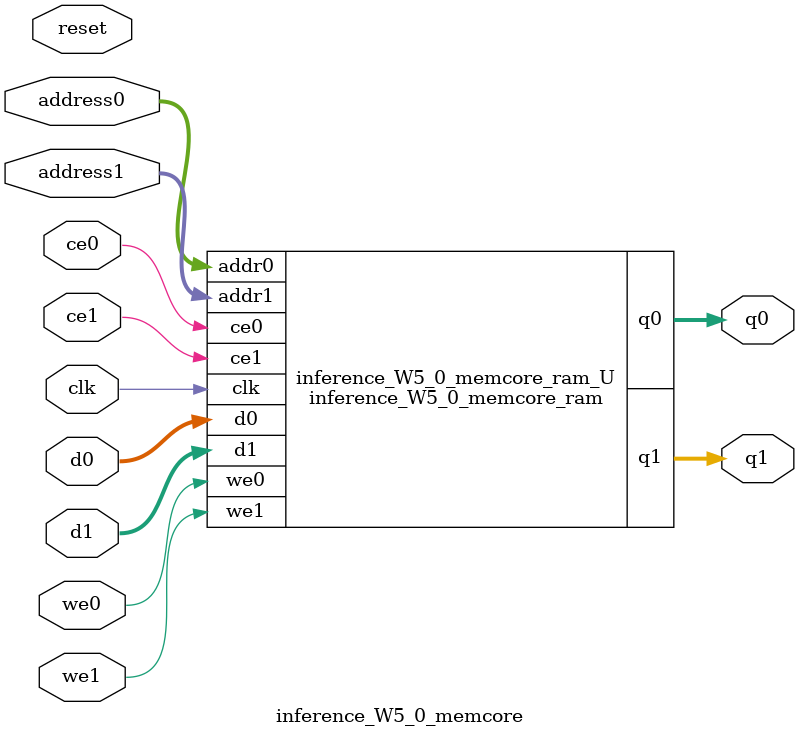
<source format=v>

`timescale 1 ns / 1 ps
module inference_W5_0_memcore_ram (addr0, ce0, d0, we0, q0, addr1, ce1, d1, we1, q1,  clk);

parameter DWIDTH = 32;
parameter AWIDTH = 5;
parameter MEM_SIZE = 20;

input[AWIDTH-1:0] addr0;
input ce0;
input[DWIDTH-1:0] d0;
input we0;
output reg[DWIDTH-1:0] q0;
input[AWIDTH-1:0] addr1;
input ce1;
input[DWIDTH-1:0] d1;
input we1;
output reg[DWIDTH-1:0] q1;
input clk;

(* ram_style = "distributed" *)reg [DWIDTH-1:0] ram[MEM_SIZE-1:0];




always @(posedge clk)  
begin 
    if (ce0) 
    begin
        if (we0) 
        begin 
            ram[addr0] <= d0; 
            q0 <= d0;
        end 
        else 
            q0 <= ram[addr0];
    end
end


always @(posedge clk)  
begin 
    if (ce1) 
    begin
        if (we1) 
        begin 
            ram[addr1] <= d1; 
            q1 <= d1;
        end 
        else 
            q1 <= ram[addr1];
    end
end


endmodule


`timescale 1 ns / 1 ps
module inference_W5_0_memcore(
    reset,
    clk,
    address0,
    ce0,
    we0,
    d0,
    q0,
    address1,
    ce1,
    we1,
    d1,
    q1);

parameter DataWidth = 32'd32;
parameter AddressRange = 32'd20;
parameter AddressWidth = 32'd5;
input reset;
input clk;
input[AddressWidth - 1:0] address0;
input ce0;
input we0;
input[DataWidth - 1:0] d0;
output[DataWidth - 1:0] q0;
input[AddressWidth - 1:0] address1;
input ce1;
input we1;
input[DataWidth - 1:0] d1;
output[DataWidth - 1:0] q1;



inference_W5_0_memcore_ram inference_W5_0_memcore_ram_U(
    .clk( clk ),
    .addr0( address0 ),
    .ce0( ce0 ),
    .d0( d0 ),
    .we0( we0 ),
    .q0( q0 ),
    .addr1( address1 ),
    .ce1( ce1 ),
    .d1( d1 ),
    .we1( we1 ),
    .q1( q1 ));

endmodule


</source>
